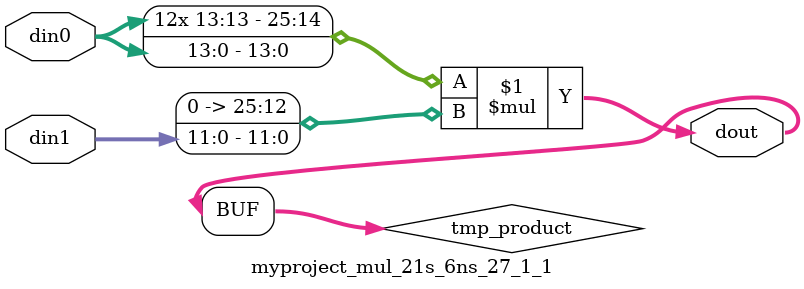
<source format=v>

`timescale 1 ns / 1 ps

  module myproject_mul_21s_6ns_27_1_1(din0, din1, dout);
parameter ID = 1;
parameter NUM_STAGE = 0;
parameter din0_WIDTH = 14;
parameter din1_WIDTH = 12;
parameter dout_WIDTH = 26;

input [din0_WIDTH - 1 : 0] din0; 
input [din1_WIDTH - 1 : 0] din1; 
output [dout_WIDTH - 1 : 0] dout;

wire signed [dout_WIDTH - 1 : 0] tmp_product;












assign tmp_product = $signed(din0) * $signed({1'b0, din1});









assign dout = tmp_product;







endmodule

</source>
